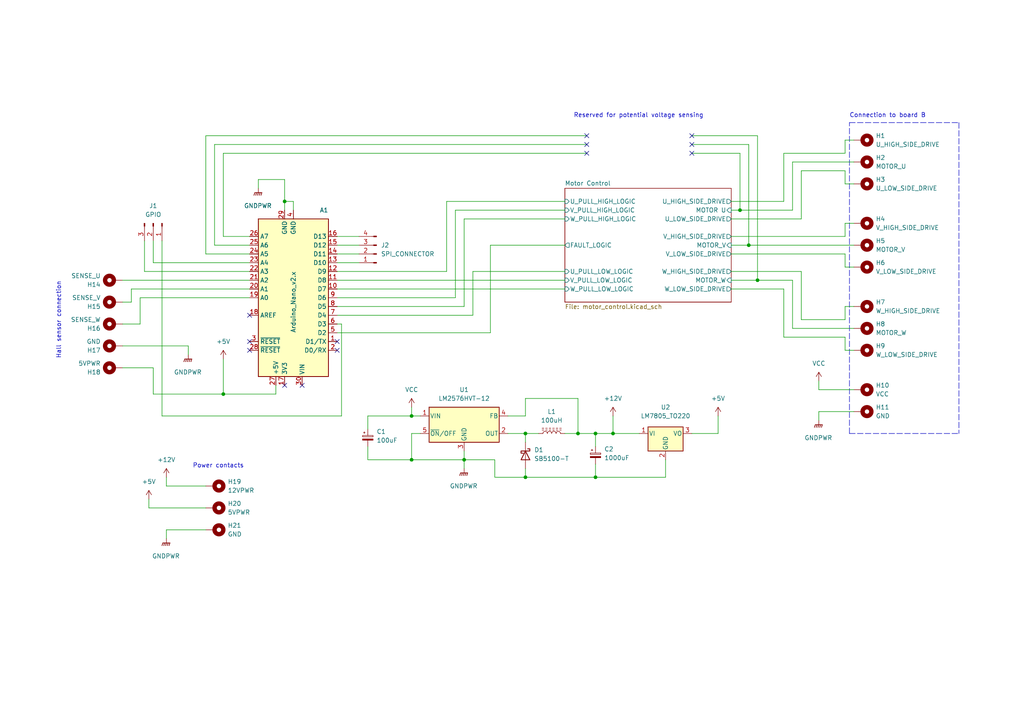
<source format=kicad_sch>
(kicad_sch (version 20211123) (generator eeschema)
  (paper "A4")
  (lib_symbols
    (symbol "Connector:Conn_01x03_Male" (pin_names (offset 1.016) hide)
      (property "Reference" "J" (at 0 5.08 0))
      (property "Value" "Conn_01x03_Male" (at 0 -5.08 0))
      (symbol "Conn_01x03_Male_1_1"
        (polyline (pts (xy 1.27 -2.54) (xy 0.8636 -2.54)) (stroke (width 0.1524)))
        (polyline (pts (xy 1.27 0) (xy 0.8636 0)) (stroke (width 0.1524)))
        (polyline (pts (xy 1.27 2.54) (xy 0.8636 2.54)) (stroke (width 0.1524)))
        (rectangle (start 0.8636 -2.413) (end 0 -2.667) (stroke (width 0.1524)) (fill (type outline)))
        (rectangle (start 0.8636 0.127) (end 0 -0.127) (stroke (width 0.1524)) (fill (type outline)))
        (rectangle (start 0.8636 2.667) (end 0 2.413) (stroke (width 0.1524)) (fill (type outline)))
        (pin passive line (at 5.08 2.54 180) (length 3.81) (name "Pin_1") (number "1"))
        (pin passive line (at 5.08 0 180) (length 3.81) (name "Pin_2") (number "2"))
        (pin passive line (at 5.08 -2.54 180) (length 3.81) (name "Pin_3") (number "3"))
      )
    )
    (symbol "Connector:Conn_01x04_Male" (pin_names (offset 1.016) hide)
      (property "Reference" "J" (at 0 5.08 0))
      (property "Value" "Conn_01x04_Male" (at 0 -7.62 0))
      (symbol "Conn_01x04_Male_1_1"
        (polyline (pts (xy 1.27 -5.08) (xy 0.8636 -5.08)) (stroke (width 0.1524)))
        (polyline (pts (xy 1.27 -2.54) (xy 0.8636 -2.54)) (stroke (width 0.1524)))
        (polyline (pts (xy 1.27 0) (xy 0.8636 0)) (stroke (width 0.1524)))
        (polyline (pts (xy 1.27 2.54) (xy 0.8636 2.54)) (stroke (width 0.1524)))
        (rectangle (start 0.8636 -4.953) (end 0 -5.207) (stroke (width 0.1524)) (fill (type outline)))
        (rectangle (start 0.8636 -2.413) (end 0 -2.667) (stroke (width 0.1524)) (fill (type outline)))
        (rectangle (start 0.8636 0.127) (end 0 -0.127) (stroke (width 0.1524)) (fill (type outline)))
        (rectangle (start 0.8636 2.667) (end 0 2.413) (stroke (width 0.1524)) (fill (type outline)))
        (pin passive line (at 5.08 2.54 180) (length 3.81) (name "Pin_1") (number "1"))
        (pin passive line (at 5.08 0 180) (length 3.81) (name "Pin_2") (number "2"))
        (pin passive line (at 5.08 -2.54 180) (length 3.81) (name "Pin_3") (number "3"))
        (pin passive line (at 5.08 -5.08 180) (length 3.81) (name "Pin_4") (number "4"))
      )
    )
    (symbol "Device:C_Polarized_Small" (pin_numbers hide) (pin_names (offset 0.254) hide)
      (property "Reference" "C" (at 0.254 1.778 0))
      (property "Value" "C_Polarized_Small" (at 0.254 -2.032 0))
      (symbol "C_Polarized_Small_0_1"
        (rectangle (start -1.524 -0.3048) (end 1.524 -0.6858) (fill (type outline)))
        (rectangle (start -1.524 0.6858) (end 1.524 0.3048))
        (polyline (pts (xy -1.27 1.524) (xy -0.762 1.524)))
        (polyline (pts (xy -1.016 1.27) (xy -1.016 1.778)))
      )
      (symbol "C_Polarized_Small_1_1"
        (pin passive line (at 0 2.54 270) (length 1.8542) (name "~") (number "1"))
        (pin passive line (at 0 -2.54 90) (length 1.8542) (name "~") (number "2"))
      )
    )
    (symbol "Device:D_Schottky" (pin_numbers hide) (pin_names (offset 1.016) hide)
      (property "Reference" "D" (at 0 2.54 0))
      (property "Value" "D_Schottky" (at 0 -2.54 0))
      (symbol "D_Schottky_0_1"
        (polyline (pts (xy 1.27 0) (xy -1.27 0)))
        (polyline (pts (xy 1.27 1.27) (xy 1.27 -1.27) (xy -1.27 0) (xy 1.27 1.27)) (stroke (width 0.254)))
        (polyline (pts (xy -1.905 0.635) (xy -1.905 1.27) (xy -1.27 1.27) (xy -1.27 -1.27) (xy -0.635 -1.27) (xy -0.635 -0.635)) (stroke (width 0.254)))
      )
      (symbol "D_Schottky_1_1"
        (pin passive line (at -3.81 0 0) (length 2.54) (name "K") (number "1"))
        (pin passive line (at 3.81 0 180) (length 2.54) (name "A") (number "2"))
      )
    )
    (symbol "Device:L_Ferrite" (pin_numbers hide) (pin_names (offset 1.016) hide)
      (property "Reference" "L" (at -1.27 0 90))
      (property "Value" "L_Ferrite" (at 2.794 0 90))
      (symbol "L_Ferrite_0_1"
        (arc (start 0 -2.54) (mid 0.635 -1.905) (end 0 -1.27))
        (arc (start 0 -1.27) (mid 0.635 -0.635) (end 0 0))
        (polyline (pts (xy 1.016 -2.794) (xy 1.016 -2.286)))
        (polyline (pts (xy 1.016 -1.778) (xy 1.016 -1.27)))
        (polyline (pts (xy 1.016 -0.762) (xy 1.016 -0.254)))
        (polyline (pts (xy 1.016 0.254) (xy 1.016 0.762)))
        (polyline (pts (xy 1.016 1.27) (xy 1.016 1.778)))
        (polyline (pts (xy 1.016 2.286) (xy 1.016 2.794)))
        (polyline (pts (xy 1.524 -2.286) (xy 1.524 -2.794)))
        (polyline (pts (xy 1.524 -1.27) (xy 1.524 -1.778)))
        (polyline (pts (xy 1.524 -0.254) (xy 1.524 -0.762)))
        (polyline (pts (xy 1.524 0.762) (xy 1.524 0.254)))
        (polyline (pts (xy 1.524 1.778) (xy 1.524 1.27)))
        (polyline (pts (xy 1.524 2.794) (xy 1.524 2.286)))
        (arc (start 0 0) (mid 0.635 0.635) (end 0 1.27))
        (arc (start 0 1.27) (mid 0.635 1.905) (end 0 2.54))
      )
      (symbol "L_Ferrite_1_1"
        (pin passive line (at 0 3.81 270) (length 1.27) (name "1") (number "1"))
        (pin passive line (at 0 -3.81 90) (length 1.27) (name "2") (number "2"))
      )
    )
    (symbol "MCU_Module:Arduino_Nano_v2.x"
      (property "Reference" "A" (at -10.16 23.495 0))
      (property "Value" "Arduino_Nano_v2.x" (at 5.08 -24.13 0))
      (symbol "Arduino_Nano_v2.x_0_1"
        (rectangle (start -10.16 22.86) (end 10.16 -22.86) (stroke (width 0.254)) (fill (type background)))
      )
      (symbol "Arduino_Nano_v2.x_1_1"
        (pin bidirectional line (at -12.7 12.7 0) (length 2.54) (name "D1/TX") (number "1"))
        (pin bidirectional line (at -12.7 -2.54 0) (length 2.54) (name "D7") (number "10"))
        (pin bidirectional line (at -12.7 -5.08 0) (length 2.54) (name "D8") (number "11"))
        (pin bidirectional line (at -12.7 -7.62 0) (length 2.54) (name "D9") (number "12"))
        (pin bidirectional line (at -12.7 -10.16 0) (length 2.54) (name "D10") (number "13"))
        (pin bidirectional line (at -12.7 -12.7 0) (length 2.54) (name "D11") (number "14"))
        (pin bidirectional line (at -12.7 -15.24 0) (length 2.54) (name "D12") (number "15"))
        (pin bidirectional line (at -12.7 -17.78 0) (length 2.54) (name "D13") (number "16"))
        (pin power_out line (at 2.54 25.4 270) (length 2.54) (name "3V3") (number "17"))
        (pin input line (at 12.7 5.08 180) (length 2.54) (name "AREF") (number "18"))
        (pin bidirectional line (at 12.7 0 180) (length 2.54) (name "A0") (number "19"))
        (pin bidirectional line (at -12.7 15.24 0) (length 2.54) (name "D0/RX") (number "2"))
        (pin bidirectional line (at 12.7 -2.54 180) (length 2.54) (name "A1") (number "20"))
        (pin bidirectional line (at 12.7 -5.08 180) (length 2.54) (name "A2") (number "21"))
        (pin bidirectional line (at 12.7 -7.62 180) (length 2.54) (name "A3") (number "22"))
        (pin bidirectional line (at 12.7 -10.16 180) (length 2.54) (name "A4") (number "23"))
        (pin bidirectional line (at 12.7 -12.7 180) (length 2.54) (name "A5") (number "24"))
        (pin bidirectional line (at 12.7 -15.24 180) (length 2.54) (name "A6") (number "25"))
        (pin bidirectional line (at 12.7 -17.78 180) (length 2.54) (name "A7") (number "26"))
        (pin power_out line (at 5.08 25.4 270) (length 2.54) (name "+5V") (number "27"))
        (pin input line (at 12.7 15.24 180) (length 2.54) (name "~{RESET}") (number "28"))
        (pin power_in line (at 2.54 -25.4 90) (length 2.54) (name "GND") (number "29"))
        (pin input line (at 12.7 12.7 180) (length 2.54) (name "~{RESET}") (number "3"))
        (pin power_in line (at -2.54 25.4 270) (length 2.54) (name "VIN") (number "30"))
        (pin power_in line (at 0 -25.4 90) (length 2.54) (name "GND") (number "4"))
        (pin bidirectional line (at -12.7 10.16 0) (length 2.54) (name "D2") (number "5"))
        (pin bidirectional line (at -12.7 7.62 0) (length 2.54) (name "D3") (number "6"))
        (pin bidirectional line (at -12.7 5.08 0) (length 2.54) (name "D4") (number "7"))
        (pin bidirectional line (at -12.7 2.54 0) (length 2.54) (name "D5") (number "8"))
        (pin bidirectional line (at -12.7 0 0) (length 2.54) (name "D6") (number "9"))
      )
    )
    (symbol "Mechanical:MountingHole_Pad" (pin_numbers hide) (pin_names (offset 1.016) hide)
      (property "Reference" "H" (at 0 6.35 0))
      (property "Value" "MountingHole_Pad" (at 0 4.445 0))
      (symbol "MountingHole_Pad_0_1"
        (circle (center 0 1.27) (radius 1.27) (stroke (width 1.27)))
      )
      (symbol "MountingHole_Pad_1_1"
        (pin input line (at 0 -2.54 90) (length 2.54) (name "1") (number "1"))
      )
    )
    (symbol "Regulator_Linear:LM7805_TO220" (pin_names (offset 0.254))
      (property "Reference" "U" (at -3.81 3.175 0))
      (property "Value" "LM7805_TO220" (at 0 3.175 0))
      (symbol "LM7805_TO220_0_1"
        (rectangle (start -5.08 1.905) (end 5.08 -5.08) (stroke (width 0.254)) (fill (type background)))
      )
      (symbol "LM7805_TO220_1_1"
        (pin power_in line (at -7.62 0 0) (length 2.54) (name "VI") (number "1"))
        (pin power_in line (at 0 -7.62 90) (length 2.54) (name "GND") (number "2"))
        (pin power_out line (at 7.62 0 180) (length 2.54) (name "VO") (number "3"))
      )
    )
    (symbol "Regulator_Switching:LM2576HVT-12" (pin_names (offset 0.254))
      (property "Reference" "U" (at -10.16 6.35 0))
      (property "Value" "LM2576HVT-12" (at 0 6.35 0))
      (symbol "LM2576HVT-12_0_1"
        (rectangle (start -10.16 5.08) (end 10.16 -5.08) (stroke (width 0.254)) (fill (type background)))
      )
      (symbol "LM2576HVT-12_1_1"
        (pin power_in line (at -12.7 2.54 0) (length 2.54) (name "VIN") (number "1"))
        (pin output line (at 12.7 -2.54 180) (length 2.54) (name "OUT") (number "2"))
        (pin power_in line (at 0 -7.62 90) (length 2.54) (name "GND") (number "3"))
        (pin input line (at 12.7 2.54 180) (length 2.54) (name "FB") (number "4"))
        (pin input line (at -12.7 -2.54 0) (length 2.54) (name "~{ON}/OFF") (number "5"))
      )
    )
    (symbol "power:+12V" (power) (pin_names (offset 0))
      (property "Value" "+12V" (at 0 3.556 0))
      (symbol "+12V_0_1"
        (polyline (pts (xy -0.762 1.27) (xy 0 2.54)))
        (polyline (pts (xy 0 0) (xy 0 2.54)))
        (polyline (pts (xy 0 2.54) (xy 0.762 1.27)))
      )
      (symbol "+12V_1_1"
        (pin power_in line (at 0 0 90) (length 0) hide (name "+12V") (number "1"))
      )
    )
    (symbol "power:+5V" (power) (pin_names (offset 0))
      (property "Value" "+5V" (at 0 3.556 0))
      (symbol "+5V_0_1"
        (polyline (pts (xy -0.762 1.27) (xy 0 2.54)))
        (polyline (pts (xy 0 0) (xy 0 2.54)))
        (polyline (pts (xy 0 2.54) (xy 0.762 1.27)))
      )
      (symbol "+5V_1_1"
        (pin power_in line (at 0 0 90) (length 0) hide (name "+5V") (number "1"))
      )
    )
    (symbol "power:GNDPWR" (power) (pin_names (offset 0))
      (property "Value" "GNDPWR" (at 0 -3.302 0))
      (symbol "GNDPWR_0_1"
        (polyline (pts (xy 0 -1.27) (xy 0 0)))
        (polyline (pts (xy -1.016 -1.27) (xy -1.27 -2.032) (xy -1.27 -2.032)) (stroke (width 0.2032)))
        (polyline (pts (xy -0.508 -1.27) (xy -0.762 -2.032) (xy -0.762 -2.032)) (stroke (width 0.2032)))
        (polyline (pts (xy 0 -1.27) (xy -0.254 -2.032) (xy -0.254 -2.032)) (stroke (width 0.2032)))
        (polyline (pts (xy 0.508 -1.27) (xy 0.254 -2.032) (xy 0.254 -2.032)) (stroke (width 0.2032)))
        (polyline (pts (xy 1.016 -1.27) (xy -1.016 -1.27) (xy -1.016 -1.27)) (stroke (width 0.2032)))
        (polyline (pts (xy 1.016 -1.27) (xy 0.762 -2.032) (xy 0.762 -2.032) (xy 0.762 -2.032)) (stroke (width 0.2032)))
      )
      (symbol "GNDPWR_1_1"
        (pin power_in line (at 0 0 270) (length 0) hide (name "GNDPWR") (number "1"))
      )
    )
    (symbol "power:VCC" (power) (pin_names (offset 0))
      (property "Value" "VCC" (at 0 3.81 0))
      (symbol "VCC_0_1"
        (polyline (pts (xy -0.762 1.27) (xy 0 2.54)))
        (polyline (pts (xy 0 0) (xy 0 2.54)))
        (polyline (pts (xy 0 2.54) (xy 0.762 1.27)))
      )
      (symbol "VCC_1_1"
        (pin power_in line (at 0 0 90) (length 0) hide (name "VCC") (number "1"))
      )
    )
  )
  (junction (at 172.72 138.43))
  (junction (at 167.64 125.73))
  (junction (at 177.8 125.73))
  (junction (at 217.17 71.12))
  (junction (at 134.62 133.35))
  (junction (at 152.4 138.43))
  (junction (at 119.38 133.35))
  (junction (at 64.77 114.3))
  (junction (at 214.63 60.96))
  (junction (at 219.71 81.28))
  (junction (at 119.38 120.65))
  (junction (at 172.72 125.73))
  (junction (at 152.4 125.73))
  (junction (at 82.55 58.42))
  (no_connect (at 200.66 41.91))
  (no_connect (at 200.66 44.45))
  (no_connect (at 97.79 101.6))
  (no_connect (at 200.66 39.37))
  (no_connect (at 170.18 39.37))
  (no_connect (at 170.18 41.91))
  (no_connect (at 72.39 101.6))
  (no_connect (at 82.55 111.76))
  (no_connect (at 97.79 99.06))
  (no_connect (at 72.39 99.06))
  (no_connect (at 72.39 91.44))
  (no_connect (at 170.18 44.45))
  (no_connect (at 87.63 111.76))
  (wire (pts (xy 212.09 71.12) (xy 217.17 71.12)))
  (wire (pts (xy 132.08 60.96) (xy 163.83 60.96)))
  (wire (pts (xy 172.72 129.54) (xy 172.72 125.73)))
  (wire (pts (xy 172.72 138.43) (xy 152.4 138.43)))
  (wire (pts (xy 167.64 125.73) (xy 172.72 125.73)))
  (wire (pts (xy 64.77 68.58) (xy 64.77 44.45)))
  (wire (pts (xy 48.26 140.97) (xy 48.26 138.43)))
  (wire (pts (xy 38.1 87.63) (xy 35.56 87.63)))
  (wire (pts (xy 177.8 125.73) (xy 177.8 120.65)))
  (wire (pts (xy 97.79 86.36) (xy 132.08 86.36)))
  (wire (pts (xy 152.4 138.43) (xy 143.51 138.43)))
  (wire (pts (xy 72.39 73.66) (xy 59.69 73.66)))
  (wire (pts (xy 172.72 125.73) (xy 177.8 125.73)))
  (wire (pts (xy 143.51 133.35) (xy 134.62 133.35)))
  (wire (pts (xy 217.17 71.12) (xy 247.65 71.12)))
  (wire (pts (xy 40.64 86.36) (xy 72.39 86.36)))
  (wire (pts (xy 48.26 153.67) (xy 48.26 156.21)))
  (wire (pts (xy 38.1 83.82) (xy 38.1 87.63)))
  (wire (pts (xy 137.16 78.74) (xy 163.83 78.74)))
  (wire (pts (xy 212.09 63.5) (xy 232.41 63.5)))
  (wire (pts (xy 212.09 60.96) (xy 214.63 60.96)))
  (polyline (pts (xy 246.38 125.73) (xy 278.13 125.73)))
  (wire (pts (xy 64.77 44.45) (xy 170.18 44.45)))
  (wire (pts (xy 35.56 106.68) (xy 44.45 106.68)))
  (wire (pts (xy 193.04 138.43) (xy 193.04 133.35)))
  (wire (pts (xy 97.79 88.9) (xy 134.62 88.9)))
  (wire (pts (xy 59.69 147.32) (xy 43.18 147.32)))
  (wire (pts (xy 80.01 114.3) (xy 64.77 114.3)))
  (wire (pts (xy 72.39 76.2) (xy 44.45 76.2)))
  (wire (pts (xy 82.55 58.42) (xy 85.09 58.42)))
  (wire (pts (xy 167.64 125.73) (xy 163.83 125.73)))
  (wire (pts (xy 64.77 104.14) (xy 64.77 114.3)))
  (wire (pts (xy 134.62 88.9) (xy 134.62 63.5)))
  (wire (pts (xy 237.49 119.38) (xy 247.65 119.38)))
  (wire (pts (xy 44.45 106.68) (xy 44.45 114.3)))
  (wire (pts (xy 97.79 71.12) (xy 104.14 71.12)))
  (wire (pts (xy 72.39 68.58) (xy 64.77 68.58)))
  (wire (pts (xy 245.11 49.53) (xy 245.11 53.34)))
  (wire (pts (xy 212.09 78.74) (xy 232.41 78.74)))
  (wire (pts (xy 245.11 92.71) (xy 245.11 88.9)))
  (wire (pts (xy 121.92 120.65) (xy 119.38 120.65)))
  (wire (pts (xy 97.79 73.66) (xy 104.14 73.66)))
  (wire (pts (xy 99.06 120.65) (xy 46.99 120.65)))
  (wire (pts (xy 237.49 121.92) (xy 237.49 119.38)))
  (wire (pts (xy 74.93 52.07) (xy 74.93 54.61)))
  (wire (pts (xy 245.11 77.47) (xy 247.65 77.47)))
  (wire (pts (xy 82.55 58.42) (xy 82.55 52.07)))
  (wire (pts (xy 59.69 140.97) (xy 48.26 140.97)))
  (wire (pts (xy 129.54 58.42) (xy 163.83 58.42)))
  (wire (pts (xy 59.69 39.37) (xy 170.18 39.37)))
  (wire (pts (xy 40.64 93.98) (xy 40.64 86.36)))
  (wire (pts (xy 97.79 83.82) (xy 163.83 83.82)))
  (wire (pts (xy 132.08 86.36) (xy 132.08 60.96)))
  (wire (pts (xy 177.8 125.73) (xy 185.42 125.73)))
  (wire (pts (xy 97.79 93.98) (xy 99.06 93.98)))
  (wire (pts (xy 59.69 73.66) (xy 59.69 39.37)))
  (wire (pts (xy 212.09 81.28) (xy 219.71 81.28)))
  (wire (pts (xy 237.49 113.03) (xy 237.49 110.49)))
  (wire (pts (xy 245.11 73.66) (xy 245.11 77.47)))
  (wire (pts (xy 99.06 93.98) (xy 99.06 120.65)))
  (wire (pts (xy 245.11 44.45) (xy 245.11 40.64)))
  (wire (pts (xy 219.71 81.28) (xy 219.71 39.37)))
  (wire (pts (xy 44.45 69.85) (xy 44.45 76.2)))
  (wire (pts (xy 134.62 130.81) (xy 134.62 133.35)))
  (wire (pts (xy 72.39 83.82) (xy 38.1 83.82)))
  (wire (pts (xy 82.55 60.96) (xy 82.55 58.42)))
  (wire (pts (xy 46.99 69.85) (xy 46.99 120.65)))
  (wire (pts (xy 245.11 64.77) (xy 247.65 64.77)))
  (wire (pts (xy 44.45 114.3) (xy 64.77 114.3)))
  (wire (pts (xy 134.62 133.35) (xy 119.38 133.35)))
  (wire (pts (xy 80.01 111.76) (xy 80.01 114.3)))
  (wire (pts (xy 200.66 41.91) (xy 217.17 41.91)))
  (wire (pts (xy 106.68 129.54) (xy 106.68 133.35)))
  (wire (pts (xy 200.66 125.73) (xy 208.28 125.73)))
  (wire (pts (xy 35.56 100.33) (xy 54.61 100.33)))
  (wire (pts (xy 245.11 40.64) (xy 247.65 40.64)))
  (wire (pts (xy 212.09 73.66) (xy 245.11 73.66)))
  (wire (pts (xy 147.32 125.73) (xy 152.4 125.73)))
  (wire (pts (xy 227.33 97.79) (xy 227.33 83.82)))
  (polyline (pts (xy 246.38 35.56) (xy 278.13 35.56)))
  (wire (pts (xy 142.24 71.12) (xy 163.83 71.12)))
  (wire (pts (xy 97.79 68.58) (xy 104.14 68.58)))
  (wire (pts (xy 152.4 125.73) (xy 156.21 125.73)))
  (wire (pts (xy 119.38 120.65) (xy 119.38 118.11)))
  (polyline (pts (xy 278.13 35.56) (xy 278.13 125.73)))
  (wire (pts (xy 82.55 52.07) (xy 74.93 52.07)))
  (wire (pts (xy 229.87 46.99) (xy 247.65 46.99)))
  (wire (pts (xy 41.91 69.85) (xy 41.91 78.74)))
  (wire (pts (xy 167.64 115.57) (xy 167.64 125.73)))
  (wire (pts (xy 106.68 120.65) (xy 106.68 124.46)))
  (wire (pts (xy 143.51 138.43) (xy 143.51 133.35)))
  (wire (pts (xy 172.72 138.43) (xy 193.04 138.43)))
  (wire (pts (xy 232.41 63.5) (xy 232.41 49.53)))
  (wire (pts (xy 35.56 93.98) (xy 40.64 93.98)))
  (wire (pts (xy 97.79 96.52) (xy 142.24 96.52)))
  (wire (pts (xy 232.41 78.74) (xy 232.41 92.71)))
  (wire (pts (xy 232.41 49.53) (xy 245.11 49.53)))
  (wire (pts (xy 134.62 133.35) (xy 134.62 135.89)))
  (polyline (pts (xy 246.38 125.73) (xy 246.38 35.56)))
  (wire (pts (xy 119.38 125.73) (xy 121.92 125.73)))
  (wire (pts (xy 59.69 153.67) (xy 48.26 153.67)))
  (wire (pts (xy 72.39 78.74) (xy 41.91 78.74)))
  (wire (pts (xy 106.68 133.35) (xy 119.38 133.35)))
  (wire (pts (xy 214.63 60.96) (xy 214.63 44.45)))
  (wire (pts (xy 212.09 68.58) (xy 245.11 68.58)))
  (wire (pts (xy 212.09 58.42) (xy 227.33 58.42)))
  (wire (pts (xy 43.18 147.32) (xy 43.18 144.78)))
  (wire (pts (xy 227.33 83.82) (xy 212.09 83.82)))
  (wire (pts (xy 247.65 101.6) (xy 245.11 101.6)))
  (wire (pts (xy 137.16 91.44) (xy 137.16 78.74)))
  (wire (pts (xy 245.11 97.79) (xy 227.33 97.79)))
  (wire (pts (xy 200.66 44.45) (xy 214.63 44.45)))
  (wire (pts (xy 62.23 41.91) (xy 170.18 41.91)))
  (wire (pts (xy 62.23 71.12) (xy 62.23 41.91)))
  (wire (pts (xy 172.72 134.62) (xy 172.72 138.43)))
  (wire (pts (xy 129.54 78.74) (xy 129.54 58.42)))
  (wire (pts (xy 200.66 39.37) (xy 219.71 39.37)))
  (wire (pts (xy 229.87 95.25) (xy 247.65 95.25)))
  (wire (pts (xy 214.63 60.96) (xy 229.87 60.96)))
  (wire (pts (xy 217.17 71.12) (xy 217.17 41.91)))
  (wire (pts (xy 245.11 68.58) (xy 245.11 64.77)))
  (wire (pts (xy 245.11 88.9) (xy 247.65 88.9)))
  (wire (pts (xy 152.4 135.89) (xy 152.4 138.43)))
  (wire (pts (xy 227.33 58.42) (xy 227.33 44.45)))
  (wire (pts (xy 142.24 96.52) (xy 142.24 71.12)))
  (wire (pts (xy 134.62 63.5) (xy 163.83 63.5)))
  (wire (pts (xy 54.61 102.87) (xy 54.61 100.33)))
  (wire (pts (xy 229.87 60.96) (xy 229.87 46.99)))
  (wire (pts (xy 219.71 81.28) (xy 229.87 81.28)))
  (wire (pts (xy 35.56 81.28) (xy 72.39 81.28)))
  (wire (pts (xy 85.09 60.96) (xy 85.09 58.42)))
  (wire (pts (xy 232.41 92.71) (xy 245.11 92.71)))
  (wire (pts (xy 208.28 120.65) (xy 208.28 125.73)))
  (wire (pts (xy 97.79 81.28) (xy 163.83 81.28)))
  (wire (pts (xy 119.38 120.65) (xy 106.68 120.65)))
  (wire (pts (xy 152.4 120.65) (xy 152.4 115.57)))
  (wire (pts (xy 245.11 101.6) (xy 245.11 97.79)))
  (wire (pts (xy 97.79 78.74) (xy 129.54 78.74)))
  (wire (pts (xy 152.4 115.57) (xy 167.64 115.57)))
  (wire (pts (xy 147.32 120.65) (xy 152.4 120.65)))
  (wire (pts (xy 152.4 125.73) (xy 152.4 128.27)))
  (wire (pts (xy 227.33 44.45) (xy 245.11 44.45)))
  (wire (pts (xy 119.38 133.35) (xy 119.38 125.73)))
  (wire (pts (xy 72.39 71.12) (xy 62.23 71.12)))
  (wire (pts (xy 245.11 53.34) (xy 247.65 53.34)))
  (wire (pts (xy 247.65 113.03) (xy 237.49 113.03)))
  (wire (pts (xy 97.79 76.2) (xy 104.14 76.2)))
  (wire (pts (xy 97.79 91.44) (xy 137.16 91.44)))
  (wire (pts (xy 229.87 81.28) (xy 229.87 95.25)))
  (text "Hall sensor connection" (at 17.78 104.14 90) (effects (font (size 1.27 1.27)) (justify left bottom)))
  (text "Reserved for potential voltage sensing" (at 166.37 34.29 0) (effects (font (size 1.27 1.27)) (justify left bottom)))
  (text "Power contacts" (at 55.88 135.89 0) (effects (font (size 1.27 1.27)) (justify left bottom)))
  (text "Connection to board B" (at 246.38 34.29 0) (effects (font (size 1.27 1.27)) (justify left bottom)))
  (symbol (lib_id "Mechanical:MountingHole_Pad") (at 250.19 95.25 270) (unit 1)
    (property "Reference" "H8" (at 254 93.9799 90) (effects (justify left)))
    (property "Value" "MOTOR_W" (at 254 96.5199 90) (effects (justify left)))
    (property "Footprint" "MountingHole:MountingHole_2.2mm_M2_Pad_Via" (effects hide))
  )
  (symbol (lib_id "Mechanical:MountingHole_Pad") (at 250.19 40.64 270) (unit 1)
    (property "Reference" "H1" (at 254 39.3699 90) (effects (justify left)))
    (property "Value" "U_HIGH_SIDE_DRIVE" (at 254 41.9099 90) (effects (justify left)))
    (property "Footprint" "MountingHole:MountingHole_2.2mm_M2_Pad_Via" (effects hide))
  )
  (symbol (lib_id "Mechanical:MountingHole_Pad") (at 33.02 81.28 90) (unit 1)
    (property "Reference" "H14" (at 29.21 82.5501 90) (effects (justify left)))
    (property "Value" "SENSE_U" (at 29.21 80.0101 90) (effects (justify left)))
    (property "Footprint" "MountingHole:MountingHole_2.2mm_M2_Pad_Via" (effects hide))
  )
  (symbol (lib_id "Connector:Conn_01x03_Male") (at 44.45 64.77 270) (unit 1)
    (property "Reference" "J1" (at 44.45 59.69 90))
    (property "Value" "GPIO" (at 44.45 62.23 90))
    (property "Footprint" "Connector_PinHeader_2.54mm:PinHeader_1x03_P2.54mm_Vertical" (effects hide))
  )
  (symbol (lib_id "Regulator_Switching:LM2576HVT-12") (at 134.62 123.19 0) (unit 1)
    (property "Reference" "U1" (at 134.62 113.03 0))
    (property "Value" "LM2576HVT-12" (at 134.62 115.57 0))
    (property "Footprint" "Package_TO_SOT_THT:TO-220-5_P3.4x3.8mm_StaggerEven_Lead7.13mm_TabDown" (effects hide))
    (property "Datasheet" "http://www.ti.com/lit/ds/symlink/lm2576.pdf" (effects hide))
  )
  (symbol (lib_id "Mechanical:MountingHole_Pad") (at 250.19 71.12 270) (unit 1)
    (property "Reference" "H5" (at 254 69.8499 90) (effects (justify left)))
    (property "Value" "MOTOR_V" (at 254 72.3899 90) (effects (justify left)))
    (property "Footprint" "MountingHole:MountingHole_2.2mm_M2_Pad_Via" (effects hide))
  )
  (symbol (lib_id "power:+12V") (at 48.26 138.43 0) (unit 1)
    (property "Reference" "#PWR0118" (effects hide))
    (property "Value" "+12V" (at 48.26 133.35 0))
  )
  (symbol (lib_id "Mechanical:MountingHole_Pad") (at 33.02 93.98 90) (unit 1)
    (property "Reference" "H16" (at 29.21 95.2501 90) (effects (justify left)))
    (property "Value" "SENSE_W" (at 29.21 92.7101 90) (effects (justify left)))
    (property "Footprint" "MountingHole:MountingHole_2.2mm_M2_Pad_Via" (effects hide))
  )
  (symbol (lib_id "Mechanical:MountingHole_Pad") (at 250.19 119.38 270) (unit 1)
    (property "Reference" "H11" (at 254 118.1099 90) (effects (justify left)))
    (property "Value" "GND" (at 254 120.6499 90) (effects (justify left)))
    (property "Footprint" "MountingHole:MountingHole_2.2mm_M2_Pad_Via" (effects hide))
  )
  (symbol (lib_id "power:GNDPWR") (at 74.93 54.61 0) (unit 1)
    (property "Reference" "#PWR0102" (effects hide))
    (property "Value" "GNDPWR" (at 74.803 59.69 0))
  )
  (symbol (lib_id "power:GNDPWR") (at 237.49 121.92 0) (unit 1)
    (property "Reference" "#PWR0107" (effects hide))
    (property "Value" "GNDPWR" (at 237.363 127 0))
  )
  (symbol (lib_id "Regulator_Linear:LM7805_TO220") (at 193.04 125.73 0) (unit 1)
    (property "Reference" "U2" (at 193.04 118.11 0))
    (property "Value" "LM7805_TO220" (at 193.04 120.65 0))
    (property "Footprint" "Package_TO_SOT_THT:TO-220-3_Horizontal_TabDown" (effects hide))
    (property "Datasheet" "https://www.onsemi.cn/PowerSolutions/document/MC7800-D.PDF" (effects hide))
  )
  (symbol (lib_id "power:GNDPWR") (at 48.26 156.21 0) (unit 1)
    (property "Reference" "#PWR0108" (effects hide))
    (property "Value" "GNDPWR" (at 48.133 161.29 0))
  )
  (symbol (lib_id "power:VCC") (at 237.49 110.49 0) (unit 1)
    (property "Reference" "#PWR0101" (effects hide))
    (property "Value" "VCC" (at 237.49 105.41 0))
  )
  (symbol (lib_id "Mechanical:MountingHole_Pad") (at 33.02 100.33 90) (unit 1)
    (property "Reference" "H17" (at 29.21 101.6001 90) (effects (justify left)))
    (property "Value" "GND" (at 29.21 99.0601 90) (effects (justify left)))
    (property "Footprint" "MountingHole:MountingHole_2.2mm_M2_Pad_Via" (effects hide))
  )
  (symbol (lib_id "MCU_Module:Arduino_Nano_v2.x") (at 85.09 86.36 180) (unit 1)
    (property "Reference" "A1" (at 92.71 60.96 0) (effects (justify right)))
    (property "Value" "Arduino_Nano_v2.x" (at 85.09 96.52 90) (effects (justify right)))
    (property "Footprint" "Module:Arduino_Nano" (effects hide))
    (property "Datasheet" "https://www.arduino.cc/en/uploads/Main/ArduinoNanoManual23.pdf" (effects hide))
  )
  (symbol (lib_id "power:+12V") (at 177.8 120.65 0) (unit 1)
    (property "Reference" "#PWR0111" (effects hide))
    (property "Value" "+12V" (at 177.8 115.57 0))
  )
  (symbol (lib_id "Device:C_Polarized_Small") (at 106.68 127 0) (unit 1)
    (property "Reference" "C1" (at 109.22 125.1838 0) (effects (justify left)))
    (property "Value" "100uF" (at 109.22 127.7238 0) (effects (justify left)))
    (property "Footprint" "Capacitor_THT:CP_Radial_D6.3mm_P2.50mm" (effects hide))
  )
  (symbol (lib_id "Mechanical:MountingHole_Pad") (at 250.19 64.77 270) (unit 1)
    (property "Reference" "H4" (at 254 63.4999 90) (effects (justify left)))
    (property "Value" "V_HIGH_SIDE_DRIVE" (at 254 66.0399 90) (effects (justify left)))
    (property "Footprint" "MountingHole:MountingHole_2.2mm_M2_Pad_Via" (effects hide))
  )
  (symbol (lib_id "Mechanical:MountingHole_Pad") (at 62.23 140.97 270) (unit 1)
    (property "Reference" "H19" (at 66.04 139.6999 90) (effects (justify left)))
    (property "Value" "12VPWR" (at 66.04 142.2399 90) (effects (justify left)))
    (property "Footprint" "MountingHole:MountingHole_2.2mm_M2_Pad_Via" (effects hide))
  )
  (symbol (lib_id "Mechanical:MountingHole_Pad") (at 62.23 147.32 270) (unit 1)
    (property "Reference" "H20" (at 66.04 146.0499 90) (effects (justify left)))
    (property "Value" "5VPWR" (at 66.04 148.5899 90) (effects (justify left)))
    (property "Footprint" "MountingHole:MountingHole_2.2mm_M2_Pad_Via" (effects hide))
  )
  (symbol (lib_id "Device:C_Polarized_Small") (at 172.72 132.08 0) (unit 1)
    (property "Reference" "C2" (at 175.26 130.2638 0) (effects (justify left)))
    (property "Value" "1000uF" (at 175.26 132.8038 0) (effects (justify left)))
    (property "Footprint" "Custom_Capacitors:CP_L18.0mm_D10.0mm_P5.00mm_Horizontal" (effects hide))
  )
  (symbol (lib_id "power:GNDPWR") (at 54.61 102.87 0) (unit 1)
    (property "Reference" "#PWR0104" (effects hide))
    (property "Value" "GNDPWR" (at 54.483 107.95 0))
  )
  (symbol (lib_id "Device:D_Schottky") (at 152.4 132.08 270) (unit 1)
    (property "Reference" "D1" (at 154.94 130.4924 90) (effects (justify left)))
    (property "Value" "SB5100-T" (at 154.94 133.0324 90) (effects (justify left)))
    (property "Footprint" "Diode_THT:D_DO-201AD_P15.24mm_Horizontal" (effects hide))
  )
  (symbol (lib_id "Mechanical:MountingHole_Pad") (at 62.23 153.67 270) (unit 1)
    (property "Reference" "H21" (at 66.04 152.3999 90) (effects (justify left)))
    (property "Value" "GND" (at 66.04 154.9399 90) (effects (justify left)))
    (property "Footprint" "MountingHole:MountingHole_2.2mm_M2_Pad_Via" (effects hide))
  )
  (symbol (lib_id "power:+5V") (at 208.28 120.65 0) (unit 1)
    (property "Reference" "#PWR0110" (effects hide))
    (property "Value" "+5V" (at 208.28 115.57 0))
  )
  (symbol (lib_id "power:GNDPWR") (at 134.62 135.89 0) (unit 1)
    (property "Reference" "#PWR0105" (effects hide))
    (property "Value" "GNDPWR" (at 134.493 140.97 0))
  )
  (symbol (lib_id "Mechanical:MountingHole_Pad") (at 33.02 87.63 90) (unit 1)
    (property "Reference" "H15" (at 29.21 88.9001 90) (effects (justify left)))
    (property "Value" "SENSE_V" (at 29.21 86.3601 90) (effects (justify left)))
    (property "Footprint" "MountingHole:MountingHole_2.2mm_M2_Pad_Via" (effects hide))
  )
  (symbol (lib_id "Mechanical:MountingHole_Pad") (at 250.19 113.03 270) (unit 1)
    (property "Reference" "H10" (at 254 111.7599 90) (effects (justify left)))
    (property "Value" "VCC" (at 254 114.2999 90) (effects (justify left)))
    (property "Footprint" "MountingHole:MountingHole_2.2mm_M2_Pad_Via" (effects hide))
  )
  (symbol (lib_id "Connector:Conn_01x04_Male") (at 109.22 73.66 180) (unit 1)
    (property "Reference" "J2" (at 110.49 71.1199 0) (effects (justify right)))
    (property "Value" "SPI_CONNECTOR" (at 110.49 73.6599 0) (effects (justify right)))
    (property "Footprint" "Connector_PinHeader_2.54mm:PinHeader_1x04_P2.54mm_Vertical" (effects hide))
  )
  (symbol (lib_id "Mechanical:MountingHole_Pad") (at 250.19 46.99 270) (unit 1)
    (property "Reference" "H2" (at 254 45.7199 90) (effects (justify left)))
    (property "Value" "MOTOR_U" (at 254 48.2599 90) (effects (justify left)))
    (property "Footprint" "MountingHole:MountingHole_2.2mm_M2_Pad_Via" (effects hide))
  )
  (symbol (lib_id "power:+5V") (at 43.18 144.78 0) (unit 1)
    (property "Reference" "#PWR0109" (effects hide))
    (property "Value" "+5V" (at 43.18 139.7 0))
  )
  (symbol (lib_id "Mechanical:MountingHole_Pad") (at 33.02 106.68 90) (unit 1)
    (property "Reference" "H18" (at 29.21 107.9501 90) (effects (justify left)))
    (property "Value" "5VPWR" (at 29.21 105.4101 90) (effects (justify left)))
    (property "Footprint" "MountingHole:MountingHole_2.2mm_M2_Pad_Via" (effects hide))
  )
  (symbol (lib_id "Mechanical:MountingHole_Pad") (at 250.19 88.9 270) (unit 1)
    (property "Reference" "H7" (at 254 87.6299 90) (effects (justify left)))
    (property "Value" "W_HIGH_SIDE_DRIVE" (at 254 90.1699 90) (effects (justify left)))
    (property "Footprint" "MountingHole:MountingHole_2.2mm_M2_Pad_Via" (effects hide))
  )
  (symbol (lib_id "Mechanical:MountingHole_Pad") (at 250.19 53.34 270) (unit 1)
    (property "Reference" "H3" (at 254 52.0699 90) (effects (justify left)))
    (property "Value" "U_LOW_SIDE_DRIVE" (at 254 54.6099 90) (effects (justify left)))
    (property "Footprint" "MountingHole:MountingHole_2.2mm_M2_Pad_Via" (effects hide))
  )
  (symbol (lib_id "power:+5V") (at 64.77 104.14 0) (unit 1)
    (property "Reference" "#PWR0103" (effects hide))
    (property "Value" "+5V" (at 64.77 99.06 0))
  )
  (symbol (lib_id "Mechanical:MountingHole_Pad") (at 250.19 77.47 270) (unit 1)
    (property "Reference" "H6" (at 254 76.1999 90) (effects (justify left)))
    (property "Value" "V_LOW_SIDE_DRIVE" (at 254 78.7399 90) (effects (justify left)))
    (property "Footprint" "MountingHole:MountingHole_2.2mm_M2_Pad_Via" (effects hide))
  )
  (symbol (lib_id "Device:L_Ferrite") (at 160.02 125.73 90) (unit 1)
    (property "Reference" "L1" (at 160.02 119.38 90))
    (property "Value" "100uH" (at 160.02 121.92 90))
    (property "Footprint" "Custom_Inductors:THT Toroidal Inductor Horizontal 25x12mm" (effects hide))
  )
  (symbol (lib_id "Mechanical:MountingHole_Pad") (at 250.19 101.6 270) (unit 1)
    (property "Reference" "H9" (at 254 100.3299 90) (effects (justify left)))
    (property "Value" "W_LOW_SIDE_DRIVE" (at 254 102.8699 90) (effects (justify left)))
    (property "Footprint" "MountingHole:MountingHole_2.2mm_M2_Pad_Via" (effects hide))
  )
  (symbol (lib_id "power:VCC") (at 119.38 118.11 0) (unit 1)
    (property "Reference" "#PWR0106" (effects hide))
    (property "Value" "VCC" (at 119.38 113.03 0))
  )
  (sheet (at 163.83 54.61) (size 48.26 33.02) (stroke (width 0.1524))
    (property "Sheet name" "Motor Control" (at 163.83 53.8984 0) (effects (justify left bottom)))
    (property "Sheet file" "motor_control.kicad_sch" (at 163.83 88.2146 0) (effects (justify left top)))
    (pin "U_PULL_LOW_LOGIC" input (at 163.83 78.74 180))
    (pin "W_PULL_HIGH_LOGIC" input (at 163.83 63.5 180))
    (pin "V_PULL_HIGH_LOGIC" input (at 163.83 60.96 180))
    (pin "W_PULL_LOW_LOGIC" input (at 163.83 83.82 180))
    (pin "FAULT_LOGIC" output (at 163.83 71.12 180))
    (pin "V_PULL_LOW_LOGIC" input (at 163.83 81.28 180))
    (pin "U_PULL_HIGH_LOGIC" input (at 163.83 58.42 180))
    (pin "W_HIGH_SIDE_DRIVE" output (at 212.09 78.74 0))
    (pin "W_LOW_SIDE_DRIVE" output (at 212.09 83.82 0))
    (pin "MOTOR_W" input (at 212.09 81.28 0))
    (pin "U_HIGH_SIDE_DRIVE" output (at 212.09 58.42 0))
    (pin "U_LOW_SIDE_DRIVE" output (at 212.09 63.5 0))
    (pin "MOTOR_V" input (at 212.09 71.12 0))
    (pin "V_HIGH_SIDE_DRIVE" output (at 212.09 68.58 0))
    (pin "V_LOW_SIDE_DRIVE" output (at 212.09 73.66 0))
    (pin "MOTOR U" input (at 212.09 60.96 0))
  )
)
</source>
